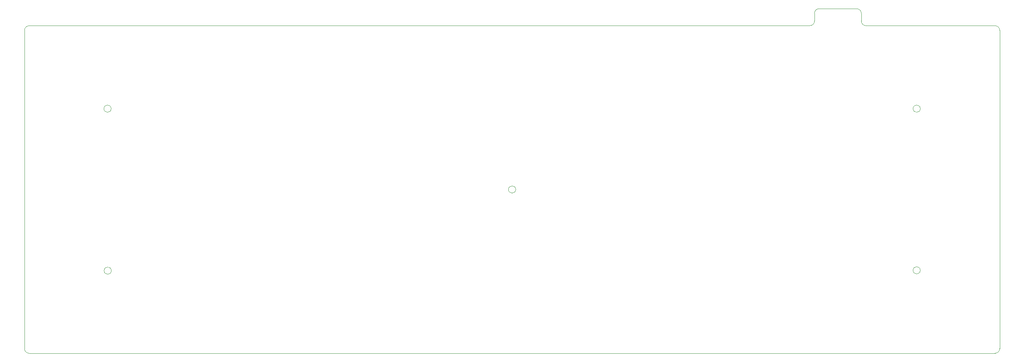
<source format=gbr>
G04 #@! TF.GenerationSoftware,KiCad,Pcbnew,(5.1.4)-1*
G04 #@! TF.CreationDate,2021-07-18T00:57:39-04:00*
G04 #@! TF.ProjectId,ortho-40percent,6f727468-6f2d-4343-9070-657263656e74,rev?*
G04 #@! TF.SameCoordinates,Original*
G04 #@! TF.FileFunction,Profile,NP*
%FSLAX46Y46*%
G04 Gerber Fmt 4.6, Leading zero omitted, Abs format (unit mm)*
G04 Created by KiCad (PCBNEW (5.1.4)-1) date 2021-07-18 00:57:39*
%MOMM*%
%LPD*%
G04 APERTURE LIST*
%ADD10C,0.050000*%
G04 APERTURE END LIST*
D10*
X250310000Y-182420000D02*
G75*
G03X250310000Y-182420000I-850000J0D01*
G01*
X155310000Y-201420000D02*
G75*
G03X155310000Y-201420000I-850000J0D01*
G01*
X250310000Y-220420000D02*
G75*
G03X250310000Y-220420000I-850000J0D01*
G01*
X60310000Y-182420000D02*
G75*
G03X60310000Y-182420000I-850000J0D01*
G01*
X237560000Y-162920000D02*
G75*
G02X236460000Y-161820000I0J1100000D01*
G01*
X225460000Y-161820000D02*
G75*
G02X224360000Y-162920000I-1100000J0D01*
G01*
X225460000Y-160020000D02*
G75*
G02X226560000Y-158920000I1100000J0D01*
G01*
X235360000Y-158920000D02*
G75*
G02X236460000Y-160020000I0J-1100000D01*
G01*
X224360000Y-162920000D02*
X41060000Y-162920000D01*
X237560000Y-162920000D02*
X267860000Y-162920000D01*
X236460000Y-160020000D02*
X236460000Y-161820000D01*
X226560000Y-158920000D02*
X235360000Y-158920000D01*
X225460000Y-161820000D02*
X225460000Y-160020000D01*
X267860000Y-162920000D02*
G75*
G02X268960000Y-164020000I0J-1100000D01*
G01*
X268960000Y-238820000D02*
G75*
G02X267860000Y-239920000I-1100000J0D01*
G01*
X41060000Y-239920000D02*
G75*
G02X39960000Y-238820000I0J1100000D01*
G01*
X39960000Y-164020000D02*
G75*
G02X41060000Y-162920000I1100000J0D01*
G01*
X60350000Y-220500000D02*
G75*
G03X60350000Y-220500000I-850000J0D01*
G01*
X39960000Y-238820000D02*
X39960000Y-164020000D01*
X41060000Y-239920000D02*
X267860000Y-239920000D01*
X268960000Y-164020000D02*
X268960000Y-238820000D01*
M02*

</source>
